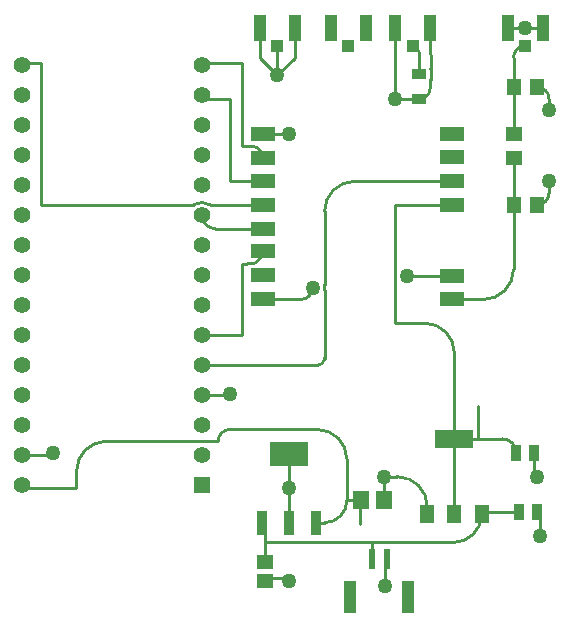
<source format=gbr>
G04*
G04 #@! TF.GenerationSoftware,Altium Limited,Altium Designer,24.6.1 (21)*
G04*
G04 Layer_Physical_Order=1*
G04 Layer_Color=255*
%FSLAX25Y25*%
%MOIN*%
G70*
G04*
G04 #@! TF.SameCoordinates,E50FEA8C-7DC8-4ABE-93B5-960DD125A3C4*
G04*
G04*
G04 #@! TF.FilePolarity,Positive*
G04*
G01*
G75*
%ADD13C,0.01000*%
%ADD18R,0.03740X0.08465*%
%ADD19R,0.12795X0.08465*%
%ADD20R,0.05709X0.04724*%
%ADD21R,0.07874X0.05000*%
%ADD22R,0.03937X0.04134*%
%ADD23R,0.04134X0.08661*%
%ADD24R,0.02362X0.06693*%
%ADD25R,0.03937X0.10630*%
%ADD26R,0.04724X0.05709*%
%ADD27R,0.04724X0.03543*%
%ADD28R,0.05512X0.05906*%
%ADD29R,0.05733X0.05136*%
%ADD30R,0.03740X0.05315*%
%ADD31R,0.12992X0.05906*%
%ADD32R,0.04724X0.05906*%
%ADD39C,0.05567*%
%ADD40R,0.05567X0.05567*%
%ADD42C,0.05000*%
D13*
X134843Y23622D02*
G03*
X134350Y23130I0J-492D01*
G01*
X22864Y58297D02*
G03*
X23622Y59055I0J758D01*
G01*
X13307Y48297D02*
G03*
X14360Y47244I1053J0D01*
G01*
X41496Y62992D02*
G03*
X31496Y52992I0J-10000D01*
G01*
X82677Y66929D02*
G03*
X78740Y62992I0J-3937D01*
G01*
X121653Y56929D02*
G03*
X111653Y66929I-10000J0D01*
G01*
X114173Y35827D02*
G03*
X121653Y43307I0J7480D01*
G01*
X111919Y88297D02*
G03*
X114173Y90551I0J2254D01*
G01*
X137795Y117319D02*
G03*
X137783Y117478I-1000J0D01*
G01*
X157480Y92362D02*
G03*
X147480Y102362I-10000J0D01*
G01*
X137783Y118745D02*
G03*
X137783Y117478I3949J-634D01*
G01*
X137783Y118745D02*
G03*
X137795Y118901I-988J157D01*
G01*
X148425Y41181D02*
G03*
X138425Y51181I-10000J0D01*
G01*
X167323Y39370D02*
G03*
X166535Y38583I0J-787D01*
G01*
X157185Y29232D02*
G03*
X166535Y38583I0J9350D01*
G01*
X94969Y29232D02*
G03*
X94488Y28752I0J-481D01*
G01*
X184055Y52165D02*
G03*
X185039Y51181I984J0D01*
G01*
X178150Y59055D02*
G03*
X173425Y63779I-4724J0D01*
G01*
X94488Y34646D02*
G03*
X93307Y35827I-1181J0D01*
G01*
X102362Y16463D02*
G03*
X101598Y17228I-765J0D01*
G01*
X73307Y178297D02*
G03*
X74439Y177165I1132J0D01*
G01*
X73986Y188976D02*
G03*
X73307Y188297I0J-679D01*
G01*
X93036Y159480D02*
G03*
X90452Y161334I-3391J-2000D01*
G01*
D02*
G03*
X90255Y161354I-201J-979D01*
G01*
X89337Y161393D02*
G03*
X89122Y161417I-220J-976D01*
G01*
X89337Y161393D02*
G03*
X89675Y161354I338J1461D01*
G01*
X13986Y188976D02*
G03*
X13307Y188297I0J-679D01*
G01*
X70516Y141780D02*
G03*
X71037Y141930I-5J1000D01*
G01*
X75578Y141929D02*
G03*
X76099Y141780I525J851D01*
G01*
X75578Y141929D02*
G03*
X71037Y141930I-2271J-3632D01*
G01*
X73307Y138297D02*
G03*
X77746Y133858I4439J0D01*
G01*
X73435Y98425D02*
G03*
X73307Y98297I0J-128D01*
G01*
X91127Y122453D02*
G03*
X93120Y124358I-1826J3905D01*
G01*
X90711Y122360D02*
G03*
X91127Y122453I-5J1000D01*
G01*
X89667Y122360D02*
G03*
X88938Y122171I0J-1500D01*
G01*
X88460Y122047D02*
G03*
X88938Y122171I-5J1000D01*
G01*
X114173Y114960D02*
G03*
X114185Y114810I1000J5D01*
G01*
X114185Y113537D02*
G03*
X114173Y113386I988J-155D01*
G01*
X124173Y149606D02*
G03*
X114173Y139606I0J-10000D01*
G01*
X114185Y113537D02*
G03*
X114185Y114810I-3949J637D01*
G01*
X106299Y110236D02*
G03*
X110236Y114173I0J3937D01*
G01*
X181102Y194783D02*
G03*
X177165Y190847I0J-3937D01*
G01*
X185039Y141732D02*
G03*
X188976Y145669I0J3937D01*
G01*
Y177165D02*
G03*
X185039Y181102I-3937J0D01*
G01*
X167165Y110236D02*
G03*
X177165Y120236I0J10000D01*
G01*
X149531Y187008D02*
G03*
X149531Y187026I-1500J0D01*
G01*
X149457Y182999D02*
G03*
X149409Y182697I952J-306D01*
G01*
X145669Y176969D02*
G03*
X149409Y180709I0J3740D01*
G01*
X149457Y182999D02*
G03*
X149531Y183465I-1426J466D01*
G01*
X137795Y177165D02*
G03*
X137992Y176969I197J0D01*
G01*
X145669Y192717D02*
G03*
X143602Y194783I-2067J0D01*
G01*
X82234Y78297D02*
G03*
X82677Y78740I0J443D01*
G01*
X186024Y38386D02*
G03*
X185039Y39370I-984J0D01*
G01*
X175295Y200787D02*
X186909D01*
X165453Y63779D02*
X173425D01*
X157480D02*
X165453D01*
X165354Y63878D02*
Y74803D01*
Y63878D02*
X165453Y63779D01*
X125984Y42913D02*
X126378Y43307D01*
X125984Y35433D02*
Y42913D01*
X92618Y190847D02*
X98425Y185039D01*
X92618Y190847D02*
Y200787D01*
X98425Y185039D02*
Y194783D01*
Y185039D02*
X104232Y190847D01*
Y200787D01*
X134350Y14665D02*
Y23130D01*
X94488Y28752D02*
Y34646D01*
X129921Y29232D02*
X157185D01*
X94969D02*
X129921D01*
Y23622D02*
Y29232D01*
X14360Y47244D02*
X31496D01*
X13307Y58297D02*
X22864D01*
X31496Y47244D02*
Y52992D01*
X41496Y62992D02*
X78740D01*
X82677Y66929D02*
X111653D01*
X121653Y43307D02*
Y56929D01*
X73307Y88297D02*
X111919D01*
X114173Y90551D02*
Y113386D01*
X102362Y47244D02*
Y58661D01*
X137795Y102362D02*
Y117319D01*
Y102362D02*
X147480D01*
X157480Y63779D02*
Y92362D01*
X156604Y141732D02*
Y141732D01*
X137795D02*
X156604D01*
X137795Y118901D02*
Y141732D01*
X133858Y51181D02*
X138425D01*
X148425Y38583D02*
Y41181D01*
X167323Y39370D02*
X179134D01*
X94488Y22857D02*
Y28752D01*
X184055Y52165D02*
Y59055D01*
X157480Y38583D02*
Y63779D01*
X133858Y43307D02*
Y51181D01*
X111417Y35827D02*
X114173D01*
X121653Y43307D02*
X126378D01*
X102362Y35827D02*
Y47244D01*
X94488Y17228D02*
X101598D01*
X102362Y165354D02*
Y165354D01*
X93612Y165354D02*
X102362D01*
X74439Y177165D02*
X82677D01*
Y149606D02*
Y177165D01*
Y149606D02*
X93604D01*
X73986Y188976D02*
X86614D01*
X93036Y159480D02*
X93582Y157480D01*
X89675Y161354D02*
X90255D01*
X86614Y161417D02*
X89122D01*
X86614D02*
Y188976D01*
X13986D02*
X19685D01*
Y141780D02*
X70516D01*
X76099D02*
X93582D01*
X76099D02*
X76099D01*
X19685D02*
Y188976D01*
X77746Y133858D02*
X93612D01*
X73435Y98425D02*
X86614D01*
X93120Y124358D02*
X93612Y126358D01*
X89667Y122360D02*
X90711D01*
X86614Y122047D02*
X88460D01*
X86614Y98425D02*
Y122047D01*
X114173Y114960D02*
Y139606D01*
Y114960D02*
Y114960D01*
X124173Y149606D02*
X156604D01*
X141732Y118110D02*
X156604D01*
Y118110D01*
X93582Y110236D02*
X106299D01*
X177165Y181102D02*
Y190847D01*
X188976Y145669D02*
Y149606D01*
Y173228D02*
Y177165D01*
X177165Y165354D02*
Y181102D01*
Y141732D02*
Y157480D01*
X156604Y110236D02*
X167165D01*
X177165Y120236D02*
Y141732D01*
X149531Y183465D02*
Y187008D01*
X137992Y176969D02*
X145669D01*
X149409Y180709D02*
Y182697D01*
Y200787D02*
X149443Y196957D01*
X149531Y187026D01*
X137795Y177165D02*
Y200787D01*
X145669Y185236D02*
Y192717D01*
X73307Y78297D02*
X82234D01*
X186024Y31496D02*
Y38386D01*
D18*
X93307Y35827D02*
D03*
X102362D02*
D03*
X111417D02*
D03*
D19*
X102362Y58661D02*
D03*
D20*
X177165Y165354D02*
D03*
Y157480D02*
D03*
D21*
X156604Y141732D02*
D03*
X93582Y141780D02*
D03*
X93612Y126358D02*
D03*
Y133858D02*
D03*
X93604Y149606D02*
D03*
X93582Y157480D02*
D03*
Y110236D02*
D03*
X93612Y165354D02*
D03*
X156604Y118110D02*
D03*
X93604Y118360D02*
D03*
X156612Y165354D02*
D03*
Y157854D02*
D03*
X156604Y149606D02*
D03*
Y110236D02*
D03*
D22*
X181102Y194783D02*
D03*
X98425D02*
D03*
X143602D02*
D03*
X122047D02*
D03*
D23*
X186909Y200787D02*
D03*
X175295D02*
D03*
X104232D02*
D03*
X92618D02*
D03*
X137795D02*
D03*
X149409D02*
D03*
X116240D02*
D03*
X127854D02*
D03*
D24*
X134843Y23622D02*
D03*
X129921D02*
D03*
D25*
X142126Y11024D02*
D03*
X122638D02*
D03*
D26*
X185039Y141732D02*
D03*
X177165D02*
D03*
Y181102D02*
D03*
X185039D02*
D03*
D27*
X145669Y176969D02*
D03*
Y185236D02*
D03*
D28*
X126378Y43307D02*
D03*
X133858D02*
D03*
D29*
X94488Y16513D02*
D03*
Y22857D02*
D03*
D30*
X185039Y39370D02*
D03*
X179134D02*
D03*
X184055Y59055D02*
D03*
X178150D02*
D03*
D31*
X157480Y63779D02*
D03*
D32*
X166535Y38583D02*
D03*
X157480D02*
D03*
X148425D02*
D03*
D39*
X13307Y48297D02*
D03*
Y58297D02*
D03*
Y68297D02*
D03*
Y78297D02*
D03*
Y88297D02*
D03*
Y98297D02*
D03*
Y108297D02*
D03*
Y118297D02*
D03*
Y128297D02*
D03*
Y138297D02*
D03*
Y148297D02*
D03*
Y158297D02*
D03*
Y168297D02*
D03*
Y178297D02*
D03*
Y188297D02*
D03*
X73307D02*
D03*
Y178297D02*
D03*
Y168297D02*
D03*
Y158297D02*
D03*
Y148297D02*
D03*
Y138297D02*
D03*
Y128297D02*
D03*
Y118297D02*
D03*
Y108297D02*
D03*
Y98297D02*
D03*
Y88297D02*
D03*
Y78297D02*
D03*
Y68297D02*
D03*
Y58297D02*
D03*
D40*
Y48297D02*
D03*
D42*
X181102Y200787D02*
D03*
X98425Y185039D02*
D03*
X134350Y14665D02*
D03*
X185039Y51181D02*
D03*
X133858D02*
D03*
X102362Y47244D02*
D03*
X102362Y16463D02*
D03*
X102362Y165354D02*
D03*
X141732Y118110D02*
D03*
X188976Y149606D02*
D03*
X186024Y31496D02*
D03*
X137795Y177165D02*
D03*
X188976Y173228D02*
D03*
X110236Y114173D02*
D03*
X23622Y59055D02*
D03*
X82677Y78740D02*
D03*
M02*

</source>
